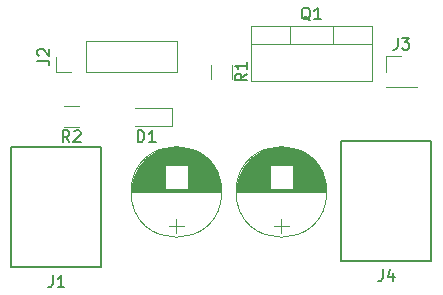
<source format=gbr>
G04 #@! TF.FileFunction,Legend,Top*
%FSLAX46Y46*%
G04 Gerber Fmt 4.6, Leading zero omitted, Abs format (unit mm)*
G04 Created by KiCad (PCBNEW 4.0.7) date 12/09/17 19:49:49*
%MOMM*%
%LPD*%
G01*
G04 APERTURE LIST*
%ADD10C,0.100000*%
%ADD11C,0.120000*%
%ADD12C,0.150000*%
G04 APERTURE END LIST*
D10*
D11*
X160050000Y-115590000D02*
G75*
G03X160050000Y-115590000I-3840000J0D01*
G01*
X152410000Y-115590000D02*
X160010000Y-115590000D01*
X152410000Y-115550000D02*
X160010000Y-115550000D01*
X152410000Y-115510000D02*
X160010000Y-115510000D01*
X152411000Y-115470000D02*
X160009000Y-115470000D01*
X152413000Y-115430000D02*
X160007000Y-115430000D01*
X152415000Y-115390000D02*
X160005000Y-115390000D01*
X152417000Y-115350000D02*
X160003000Y-115350000D01*
X152420000Y-115310000D02*
X155230000Y-115310000D01*
X157190000Y-115310000D02*
X160000000Y-115310000D01*
X152423000Y-115270000D02*
X155230000Y-115270000D01*
X157190000Y-115270000D02*
X159997000Y-115270000D01*
X152426000Y-115230000D02*
X155230000Y-115230000D01*
X157190000Y-115230000D02*
X159994000Y-115230000D01*
X152430000Y-115190000D02*
X155230000Y-115190000D01*
X157190000Y-115190000D02*
X159990000Y-115190000D01*
X152435000Y-115150000D02*
X155230000Y-115150000D01*
X157190000Y-115150000D02*
X159985000Y-115150000D01*
X152440000Y-115110000D02*
X155230000Y-115110000D01*
X157190000Y-115110000D02*
X159980000Y-115110000D01*
X152445000Y-115070000D02*
X155230000Y-115070000D01*
X157190000Y-115070000D02*
X159975000Y-115070000D01*
X152451000Y-115030000D02*
X155230000Y-115030000D01*
X157190000Y-115030000D02*
X159969000Y-115030000D01*
X152457000Y-114990000D02*
X155230000Y-114990000D01*
X157190000Y-114990000D02*
X159963000Y-114990000D01*
X152463000Y-114950000D02*
X155230000Y-114950000D01*
X157190000Y-114950000D02*
X159957000Y-114950000D01*
X152470000Y-114910000D02*
X155230000Y-114910000D01*
X157190000Y-114910000D02*
X159950000Y-114910000D01*
X152478000Y-114869000D02*
X155230000Y-114869000D01*
X157190000Y-114869000D02*
X159942000Y-114869000D01*
X152485000Y-114829000D02*
X155230000Y-114829000D01*
X157190000Y-114829000D02*
X159935000Y-114829000D01*
X152494000Y-114789000D02*
X155230000Y-114789000D01*
X157190000Y-114789000D02*
X159926000Y-114789000D01*
X152503000Y-114749000D02*
X155230000Y-114749000D01*
X157190000Y-114749000D02*
X159917000Y-114749000D01*
X152512000Y-114709000D02*
X155230000Y-114709000D01*
X157190000Y-114709000D02*
X159908000Y-114709000D01*
X152521000Y-114669000D02*
X155230000Y-114669000D01*
X157190000Y-114669000D02*
X159899000Y-114669000D01*
X152531000Y-114629000D02*
X155230000Y-114629000D01*
X157190000Y-114629000D02*
X159889000Y-114629000D01*
X152542000Y-114589000D02*
X155230000Y-114589000D01*
X157190000Y-114589000D02*
X159878000Y-114589000D01*
X152553000Y-114549000D02*
X155230000Y-114549000D01*
X157190000Y-114549000D02*
X159867000Y-114549000D01*
X152565000Y-114509000D02*
X155230000Y-114509000D01*
X157190000Y-114509000D02*
X159855000Y-114509000D01*
X152576000Y-114469000D02*
X155230000Y-114469000D01*
X157190000Y-114469000D02*
X159844000Y-114469000D01*
X152589000Y-114429000D02*
X155230000Y-114429000D01*
X157190000Y-114429000D02*
X159831000Y-114429000D01*
X152602000Y-114389000D02*
X155230000Y-114389000D01*
X157190000Y-114389000D02*
X159818000Y-114389000D01*
X152615000Y-114349000D02*
X155230000Y-114349000D01*
X157190000Y-114349000D02*
X159805000Y-114349000D01*
X152629000Y-114309000D02*
X155230000Y-114309000D01*
X157190000Y-114309000D02*
X159791000Y-114309000D01*
X152644000Y-114269000D02*
X155230000Y-114269000D01*
X157190000Y-114269000D02*
X159776000Y-114269000D01*
X152658000Y-114229000D02*
X155230000Y-114229000D01*
X157190000Y-114229000D02*
X159762000Y-114229000D01*
X152674000Y-114189000D02*
X155230000Y-114189000D01*
X157190000Y-114189000D02*
X159746000Y-114189000D01*
X152690000Y-114149000D02*
X155230000Y-114149000D01*
X157190000Y-114149000D02*
X159730000Y-114149000D01*
X152706000Y-114109000D02*
X155230000Y-114109000D01*
X157190000Y-114109000D02*
X159714000Y-114109000D01*
X152723000Y-114069000D02*
X155230000Y-114069000D01*
X157190000Y-114069000D02*
X159697000Y-114069000D01*
X152741000Y-114029000D02*
X155230000Y-114029000D01*
X157190000Y-114029000D02*
X159679000Y-114029000D01*
X152759000Y-113989000D02*
X155230000Y-113989000D01*
X157190000Y-113989000D02*
X159661000Y-113989000D01*
X152777000Y-113949000D02*
X155230000Y-113949000D01*
X157190000Y-113949000D02*
X159643000Y-113949000D01*
X152797000Y-113909000D02*
X155230000Y-113909000D01*
X157190000Y-113909000D02*
X159623000Y-113909000D01*
X152816000Y-113869000D02*
X155230000Y-113869000D01*
X157190000Y-113869000D02*
X159604000Y-113869000D01*
X152837000Y-113829000D02*
X155230000Y-113829000D01*
X157190000Y-113829000D02*
X159583000Y-113829000D01*
X152858000Y-113789000D02*
X155230000Y-113789000D01*
X157190000Y-113789000D02*
X159562000Y-113789000D01*
X152879000Y-113749000D02*
X155230000Y-113749000D01*
X157190000Y-113749000D02*
X159541000Y-113749000D01*
X152901000Y-113709000D02*
X155230000Y-113709000D01*
X157190000Y-113709000D02*
X159519000Y-113709000D01*
X152924000Y-113669000D02*
X155230000Y-113669000D01*
X157190000Y-113669000D02*
X159496000Y-113669000D01*
X152947000Y-113629000D02*
X155230000Y-113629000D01*
X157190000Y-113629000D02*
X159473000Y-113629000D01*
X152971000Y-113589000D02*
X155230000Y-113589000D01*
X157190000Y-113589000D02*
X159449000Y-113589000D01*
X152996000Y-113549000D02*
X155230000Y-113549000D01*
X157190000Y-113549000D02*
X159424000Y-113549000D01*
X153022000Y-113509000D02*
X155230000Y-113509000D01*
X157190000Y-113509000D02*
X159398000Y-113509000D01*
X153048000Y-113469000D02*
X155230000Y-113469000D01*
X157190000Y-113469000D02*
X159372000Y-113469000D01*
X153075000Y-113429000D02*
X155230000Y-113429000D01*
X157190000Y-113429000D02*
X159345000Y-113429000D01*
X153102000Y-113389000D02*
X155230000Y-113389000D01*
X157190000Y-113389000D02*
X159318000Y-113389000D01*
X153131000Y-113349000D02*
X159289000Y-113349000D01*
X153160000Y-113309000D02*
X159260000Y-113309000D01*
X153190000Y-113269000D02*
X159230000Y-113269000D01*
X153220000Y-113229000D02*
X159200000Y-113229000D01*
X153252000Y-113189000D02*
X159168000Y-113189000D01*
X153284000Y-113149000D02*
X159136000Y-113149000D01*
X153318000Y-113109000D02*
X159102000Y-113109000D01*
X153352000Y-113069000D02*
X159068000Y-113069000D01*
X153387000Y-113029000D02*
X159033000Y-113029000D01*
X153424000Y-112989000D02*
X158996000Y-112989000D01*
X153461000Y-112949000D02*
X158959000Y-112949000D01*
X153499000Y-112909000D02*
X158921000Y-112909000D01*
X153539000Y-112869000D02*
X158881000Y-112869000D01*
X153580000Y-112829000D02*
X158840000Y-112829000D01*
X153622000Y-112789000D02*
X158798000Y-112789000D01*
X153665000Y-112749000D02*
X158755000Y-112749000D01*
X153710000Y-112709000D02*
X158710000Y-112709000D01*
X153756000Y-112669000D02*
X158664000Y-112669000D01*
X153803000Y-112629000D02*
X158617000Y-112629000D01*
X153853000Y-112589000D02*
X158567000Y-112589000D01*
X153903000Y-112549000D02*
X158517000Y-112549000D01*
X153956000Y-112509000D02*
X158464000Y-112509000D01*
X154011000Y-112469000D02*
X158409000Y-112469000D01*
X154068000Y-112429000D02*
X158352000Y-112429000D01*
X154127000Y-112389000D02*
X158293000Y-112389000D01*
X154188000Y-112349000D02*
X158232000Y-112349000D01*
X154253000Y-112309000D02*
X158167000Y-112309000D01*
X154320000Y-112269000D02*
X158100000Y-112269000D01*
X154390000Y-112229000D02*
X158030000Y-112229000D01*
X154465000Y-112189000D02*
X157955000Y-112189000D01*
X154543000Y-112149000D02*
X157877000Y-112149000D01*
X154626000Y-112109000D02*
X157794000Y-112109000D01*
X154715000Y-112069000D02*
X157705000Y-112069000D01*
X154810000Y-112029000D02*
X157610000Y-112029000D01*
X154913000Y-111989000D02*
X157507000Y-111989000D01*
X155026000Y-111949000D02*
X157394000Y-111949000D01*
X155153000Y-111909000D02*
X157267000Y-111909000D01*
X155297000Y-111869000D02*
X157123000Y-111869000D01*
X155470000Y-111829000D02*
X156950000Y-111829000D01*
X155697000Y-111789000D02*
X156723000Y-111789000D01*
X156210000Y-119040000D02*
X156210000Y-117840000D01*
X155560000Y-118440000D02*
X156860000Y-118440000D01*
X151160000Y-115590000D02*
G75*
G03X151160000Y-115590000I-3840000J0D01*
G01*
X143520000Y-115590000D02*
X151120000Y-115590000D01*
X143520000Y-115550000D02*
X151120000Y-115550000D01*
X143520000Y-115510000D02*
X151120000Y-115510000D01*
X143521000Y-115470000D02*
X151119000Y-115470000D01*
X143523000Y-115430000D02*
X151117000Y-115430000D01*
X143525000Y-115390000D02*
X151115000Y-115390000D01*
X143527000Y-115350000D02*
X151113000Y-115350000D01*
X143530000Y-115310000D02*
X146340000Y-115310000D01*
X148300000Y-115310000D02*
X151110000Y-115310000D01*
X143533000Y-115270000D02*
X146340000Y-115270000D01*
X148300000Y-115270000D02*
X151107000Y-115270000D01*
X143536000Y-115230000D02*
X146340000Y-115230000D01*
X148300000Y-115230000D02*
X151104000Y-115230000D01*
X143540000Y-115190000D02*
X146340000Y-115190000D01*
X148300000Y-115190000D02*
X151100000Y-115190000D01*
X143545000Y-115150000D02*
X146340000Y-115150000D01*
X148300000Y-115150000D02*
X151095000Y-115150000D01*
X143550000Y-115110000D02*
X146340000Y-115110000D01*
X148300000Y-115110000D02*
X151090000Y-115110000D01*
X143555000Y-115070000D02*
X146340000Y-115070000D01*
X148300000Y-115070000D02*
X151085000Y-115070000D01*
X143561000Y-115030000D02*
X146340000Y-115030000D01*
X148300000Y-115030000D02*
X151079000Y-115030000D01*
X143567000Y-114990000D02*
X146340000Y-114990000D01*
X148300000Y-114990000D02*
X151073000Y-114990000D01*
X143573000Y-114950000D02*
X146340000Y-114950000D01*
X148300000Y-114950000D02*
X151067000Y-114950000D01*
X143580000Y-114910000D02*
X146340000Y-114910000D01*
X148300000Y-114910000D02*
X151060000Y-114910000D01*
X143588000Y-114869000D02*
X146340000Y-114869000D01*
X148300000Y-114869000D02*
X151052000Y-114869000D01*
X143595000Y-114829000D02*
X146340000Y-114829000D01*
X148300000Y-114829000D02*
X151045000Y-114829000D01*
X143604000Y-114789000D02*
X146340000Y-114789000D01*
X148300000Y-114789000D02*
X151036000Y-114789000D01*
X143613000Y-114749000D02*
X146340000Y-114749000D01*
X148300000Y-114749000D02*
X151027000Y-114749000D01*
X143622000Y-114709000D02*
X146340000Y-114709000D01*
X148300000Y-114709000D02*
X151018000Y-114709000D01*
X143631000Y-114669000D02*
X146340000Y-114669000D01*
X148300000Y-114669000D02*
X151009000Y-114669000D01*
X143641000Y-114629000D02*
X146340000Y-114629000D01*
X148300000Y-114629000D02*
X150999000Y-114629000D01*
X143652000Y-114589000D02*
X146340000Y-114589000D01*
X148300000Y-114589000D02*
X150988000Y-114589000D01*
X143663000Y-114549000D02*
X146340000Y-114549000D01*
X148300000Y-114549000D02*
X150977000Y-114549000D01*
X143675000Y-114509000D02*
X146340000Y-114509000D01*
X148300000Y-114509000D02*
X150965000Y-114509000D01*
X143686000Y-114469000D02*
X146340000Y-114469000D01*
X148300000Y-114469000D02*
X150954000Y-114469000D01*
X143699000Y-114429000D02*
X146340000Y-114429000D01*
X148300000Y-114429000D02*
X150941000Y-114429000D01*
X143712000Y-114389000D02*
X146340000Y-114389000D01*
X148300000Y-114389000D02*
X150928000Y-114389000D01*
X143725000Y-114349000D02*
X146340000Y-114349000D01*
X148300000Y-114349000D02*
X150915000Y-114349000D01*
X143739000Y-114309000D02*
X146340000Y-114309000D01*
X148300000Y-114309000D02*
X150901000Y-114309000D01*
X143754000Y-114269000D02*
X146340000Y-114269000D01*
X148300000Y-114269000D02*
X150886000Y-114269000D01*
X143768000Y-114229000D02*
X146340000Y-114229000D01*
X148300000Y-114229000D02*
X150872000Y-114229000D01*
X143784000Y-114189000D02*
X146340000Y-114189000D01*
X148300000Y-114189000D02*
X150856000Y-114189000D01*
X143800000Y-114149000D02*
X146340000Y-114149000D01*
X148300000Y-114149000D02*
X150840000Y-114149000D01*
X143816000Y-114109000D02*
X146340000Y-114109000D01*
X148300000Y-114109000D02*
X150824000Y-114109000D01*
X143833000Y-114069000D02*
X146340000Y-114069000D01*
X148300000Y-114069000D02*
X150807000Y-114069000D01*
X143851000Y-114029000D02*
X146340000Y-114029000D01*
X148300000Y-114029000D02*
X150789000Y-114029000D01*
X143869000Y-113989000D02*
X146340000Y-113989000D01*
X148300000Y-113989000D02*
X150771000Y-113989000D01*
X143887000Y-113949000D02*
X146340000Y-113949000D01*
X148300000Y-113949000D02*
X150753000Y-113949000D01*
X143907000Y-113909000D02*
X146340000Y-113909000D01*
X148300000Y-113909000D02*
X150733000Y-113909000D01*
X143926000Y-113869000D02*
X146340000Y-113869000D01*
X148300000Y-113869000D02*
X150714000Y-113869000D01*
X143947000Y-113829000D02*
X146340000Y-113829000D01*
X148300000Y-113829000D02*
X150693000Y-113829000D01*
X143968000Y-113789000D02*
X146340000Y-113789000D01*
X148300000Y-113789000D02*
X150672000Y-113789000D01*
X143989000Y-113749000D02*
X146340000Y-113749000D01*
X148300000Y-113749000D02*
X150651000Y-113749000D01*
X144011000Y-113709000D02*
X146340000Y-113709000D01*
X148300000Y-113709000D02*
X150629000Y-113709000D01*
X144034000Y-113669000D02*
X146340000Y-113669000D01*
X148300000Y-113669000D02*
X150606000Y-113669000D01*
X144057000Y-113629000D02*
X146340000Y-113629000D01*
X148300000Y-113629000D02*
X150583000Y-113629000D01*
X144081000Y-113589000D02*
X146340000Y-113589000D01*
X148300000Y-113589000D02*
X150559000Y-113589000D01*
X144106000Y-113549000D02*
X146340000Y-113549000D01*
X148300000Y-113549000D02*
X150534000Y-113549000D01*
X144132000Y-113509000D02*
X146340000Y-113509000D01*
X148300000Y-113509000D02*
X150508000Y-113509000D01*
X144158000Y-113469000D02*
X146340000Y-113469000D01*
X148300000Y-113469000D02*
X150482000Y-113469000D01*
X144185000Y-113429000D02*
X146340000Y-113429000D01*
X148300000Y-113429000D02*
X150455000Y-113429000D01*
X144212000Y-113389000D02*
X146340000Y-113389000D01*
X148300000Y-113389000D02*
X150428000Y-113389000D01*
X144241000Y-113349000D02*
X150399000Y-113349000D01*
X144270000Y-113309000D02*
X150370000Y-113309000D01*
X144300000Y-113269000D02*
X150340000Y-113269000D01*
X144330000Y-113229000D02*
X150310000Y-113229000D01*
X144362000Y-113189000D02*
X150278000Y-113189000D01*
X144394000Y-113149000D02*
X150246000Y-113149000D01*
X144428000Y-113109000D02*
X150212000Y-113109000D01*
X144462000Y-113069000D02*
X150178000Y-113069000D01*
X144497000Y-113029000D02*
X150143000Y-113029000D01*
X144534000Y-112989000D02*
X150106000Y-112989000D01*
X144571000Y-112949000D02*
X150069000Y-112949000D01*
X144609000Y-112909000D02*
X150031000Y-112909000D01*
X144649000Y-112869000D02*
X149991000Y-112869000D01*
X144690000Y-112829000D02*
X149950000Y-112829000D01*
X144732000Y-112789000D02*
X149908000Y-112789000D01*
X144775000Y-112749000D02*
X149865000Y-112749000D01*
X144820000Y-112709000D02*
X149820000Y-112709000D01*
X144866000Y-112669000D02*
X149774000Y-112669000D01*
X144913000Y-112629000D02*
X149727000Y-112629000D01*
X144963000Y-112589000D02*
X149677000Y-112589000D01*
X145013000Y-112549000D02*
X149627000Y-112549000D01*
X145066000Y-112509000D02*
X149574000Y-112509000D01*
X145121000Y-112469000D02*
X149519000Y-112469000D01*
X145178000Y-112429000D02*
X149462000Y-112429000D01*
X145237000Y-112389000D02*
X149403000Y-112389000D01*
X145298000Y-112349000D02*
X149342000Y-112349000D01*
X145363000Y-112309000D02*
X149277000Y-112309000D01*
X145430000Y-112269000D02*
X149210000Y-112269000D01*
X145500000Y-112229000D02*
X149140000Y-112229000D01*
X145575000Y-112189000D02*
X149065000Y-112189000D01*
X145653000Y-112149000D02*
X148987000Y-112149000D01*
X145736000Y-112109000D02*
X148904000Y-112109000D01*
X145825000Y-112069000D02*
X148815000Y-112069000D01*
X145920000Y-112029000D02*
X148720000Y-112029000D01*
X146023000Y-111989000D02*
X148617000Y-111989000D01*
X146136000Y-111949000D02*
X148504000Y-111949000D01*
X146263000Y-111909000D02*
X148377000Y-111909000D01*
X146407000Y-111869000D02*
X148233000Y-111869000D01*
X146580000Y-111829000D02*
X148060000Y-111829000D01*
X146807000Y-111789000D02*
X147833000Y-111789000D01*
X147320000Y-119040000D02*
X147320000Y-117840000D01*
X146670000Y-118440000D02*
X147970000Y-118440000D01*
X143780000Y-108470000D02*
X146980000Y-108470000D01*
X146980000Y-109970000D02*
X143780000Y-109970000D01*
X146980000Y-109970000D02*
X146980000Y-108470000D01*
D12*
X137160000Y-111760000D02*
X133350000Y-111760000D01*
X133350000Y-111760000D02*
X133350000Y-121920000D01*
X133350000Y-121920000D02*
X139700000Y-121920000D01*
X139700000Y-121920000D02*
X140970000Y-121920000D01*
X140970000Y-121920000D02*
X140970000Y-111760000D01*
X140970000Y-111760000D02*
X137160000Y-111760000D01*
D11*
X147380000Y-105470000D02*
X147380000Y-102810000D01*
X139700000Y-105470000D02*
X147380000Y-105470000D01*
X139700000Y-102810000D02*
X147380000Y-102810000D01*
X139700000Y-105470000D02*
X139700000Y-102810000D01*
X138430000Y-105470000D02*
X137100000Y-105470000D01*
X137100000Y-105470000D02*
X137100000Y-104140000D01*
X165040000Y-106740000D02*
X167700000Y-106740000D01*
X165040000Y-106680000D02*
X165040000Y-106740000D01*
X167700000Y-106680000D02*
X167700000Y-106740000D01*
X165040000Y-106680000D02*
X167700000Y-106680000D01*
X165040000Y-105410000D02*
X165040000Y-104080000D01*
X165040000Y-104080000D02*
X166370000Y-104080000D01*
D12*
X165100000Y-111252000D02*
X161290000Y-111252000D01*
X161290000Y-111252000D02*
X161290000Y-121412000D01*
X161290000Y-121412000D02*
X167640000Y-121412000D01*
X167640000Y-121412000D02*
X168910000Y-121412000D01*
X168910000Y-121412000D02*
X168910000Y-111252000D01*
X168910000Y-111252000D02*
X165100000Y-111252000D01*
D11*
X153630000Y-101520000D02*
X163870000Y-101520000D01*
X153630000Y-106161000D02*
X163870000Y-106161000D01*
X153630000Y-101520000D02*
X153630000Y-106161000D01*
X163870000Y-101520000D02*
X163870000Y-106161000D01*
X153630000Y-103030000D02*
X163870000Y-103030000D01*
X156900000Y-101520000D02*
X156900000Y-103030000D01*
X160601000Y-101520000D02*
X160601000Y-103030000D01*
X150250000Y-106010000D02*
X150250000Y-104810000D01*
X152010000Y-104810000D02*
X152010000Y-106010000D01*
X137830000Y-108340000D02*
X139030000Y-108340000D01*
X139030000Y-110100000D02*
X137830000Y-110100000D01*
D12*
X144041905Y-111372381D02*
X144041905Y-110372381D01*
X144280000Y-110372381D01*
X144422858Y-110420000D01*
X144518096Y-110515238D01*
X144565715Y-110610476D01*
X144613334Y-110800952D01*
X144613334Y-110943810D01*
X144565715Y-111134286D01*
X144518096Y-111229524D01*
X144422858Y-111324762D01*
X144280000Y-111372381D01*
X144041905Y-111372381D01*
X145565715Y-111372381D02*
X144994286Y-111372381D01*
X145280000Y-111372381D02*
X145280000Y-110372381D01*
X145184762Y-110515238D01*
X145089524Y-110610476D01*
X144994286Y-110658095D01*
X136826667Y-122642381D02*
X136826667Y-123356667D01*
X136779047Y-123499524D01*
X136683809Y-123594762D01*
X136540952Y-123642381D01*
X136445714Y-123642381D01*
X137826667Y-123642381D02*
X137255238Y-123642381D01*
X137540952Y-123642381D02*
X137540952Y-122642381D01*
X137445714Y-122785238D01*
X137350476Y-122880476D01*
X137255238Y-122928095D01*
X135552381Y-104473333D02*
X136266667Y-104473333D01*
X136409524Y-104520953D01*
X136504762Y-104616191D01*
X136552381Y-104759048D01*
X136552381Y-104854286D01*
X135647619Y-104044762D02*
X135600000Y-103997143D01*
X135552381Y-103901905D01*
X135552381Y-103663809D01*
X135600000Y-103568571D01*
X135647619Y-103520952D01*
X135742857Y-103473333D01*
X135838095Y-103473333D01*
X135980952Y-103520952D01*
X136552381Y-104092381D01*
X136552381Y-103473333D01*
X166036667Y-102532381D02*
X166036667Y-103246667D01*
X165989047Y-103389524D01*
X165893809Y-103484762D01*
X165750952Y-103532381D01*
X165655714Y-103532381D01*
X166417619Y-102532381D02*
X167036667Y-102532381D01*
X166703333Y-102913333D01*
X166846191Y-102913333D01*
X166941429Y-102960952D01*
X166989048Y-103008571D01*
X167036667Y-103103810D01*
X167036667Y-103341905D01*
X166989048Y-103437143D01*
X166941429Y-103484762D01*
X166846191Y-103532381D01*
X166560476Y-103532381D01*
X166465238Y-103484762D01*
X166417619Y-103437143D01*
X164766667Y-122134381D02*
X164766667Y-122848667D01*
X164719047Y-122991524D01*
X164623809Y-123086762D01*
X164480952Y-123134381D01*
X164385714Y-123134381D01*
X165671429Y-122467714D02*
X165671429Y-123134381D01*
X165433333Y-122086762D02*
X165195238Y-122801048D01*
X165814286Y-122801048D01*
X158654762Y-101067619D02*
X158559524Y-101020000D01*
X158464286Y-100924762D01*
X158321429Y-100781905D01*
X158226190Y-100734286D01*
X158130952Y-100734286D01*
X158178571Y-100972381D02*
X158083333Y-100924762D01*
X157988095Y-100829524D01*
X157940476Y-100639048D01*
X157940476Y-100305714D01*
X157988095Y-100115238D01*
X158083333Y-100020000D01*
X158178571Y-99972381D01*
X158369048Y-99972381D01*
X158464286Y-100020000D01*
X158559524Y-100115238D01*
X158607143Y-100305714D01*
X158607143Y-100639048D01*
X158559524Y-100829524D01*
X158464286Y-100924762D01*
X158369048Y-100972381D01*
X158178571Y-100972381D01*
X159559524Y-100972381D02*
X158988095Y-100972381D01*
X159273809Y-100972381D02*
X159273809Y-99972381D01*
X159178571Y-100115238D01*
X159083333Y-100210476D01*
X158988095Y-100258095D01*
X153282381Y-105576666D02*
X152806190Y-105910000D01*
X153282381Y-106148095D02*
X152282381Y-106148095D01*
X152282381Y-105767142D01*
X152330000Y-105671904D01*
X152377619Y-105624285D01*
X152472857Y-105576666D01*
X152615714Y-105576666D01*
X152710952Y-105624285D01*
X152758571Y-105671904D01*
X152806190Y-105767142D01*
X152806190Y-106148095D01*
X153282381Y-104624285D02*
X153282381Y-105195714D01*
X153282381Y-104910000D02*
X152282381Y-104910000D01*
X152425238Y-105005238D01*
X152520476Y-105100476D01*
X152568095Y-105195714D01*
X138263334Y-111372381D02*
X137930000Y-110896190D01*
X137691905Y-111372381D02*
X137691905Y-110372381D01*
X138072858Y-110372381D01*
X138168096Y-110420000D01*
X138215715Y-110467619D01*
X138263334Y-110562857D01*
X138263334Y-110705714D01*
X138215715Y-110800952D01*
X138168096Y-110848571D01*
X138072858Y-110896190D01*
X137691905Y-110896190D01*
X138644286Y-110467619D02*
X138691905Y-110420000D01*
X138787143Y-110372381D01*
X139025239Y-110372381D01*
X139120477Y-110420000D01*
X139168096Y-110467619D01*
X139215715Y-110562857D01*
X139215715Y-110658095D01*
X139168096Y-110800952D01*
X138596667Y-111372381D01*
X139215715Y-111372381D01*
M02*

</source>
